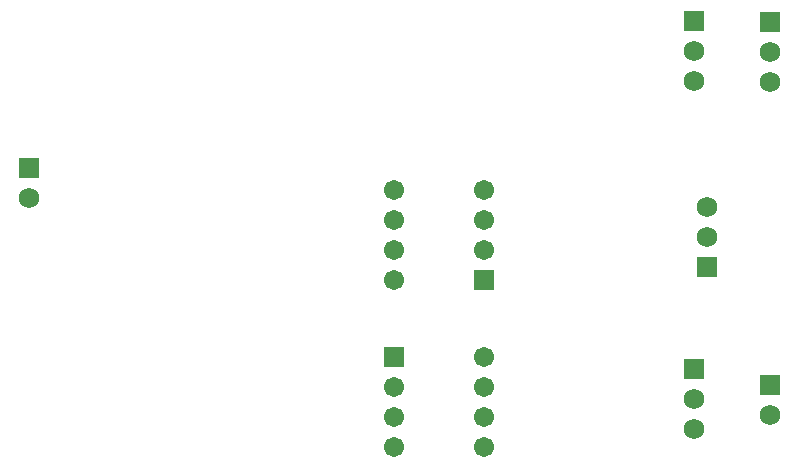
<source format=gbs>
G04*
G04 #@! TF.GenerationSoftware,Altium Limited,Altium Designer,20.2.6 (244)*
G04*
G04 Layer_Color=16711935*
%FSLAX24Y24*%
%MOIN*%
G70*
G04*
G04 #@! TF.SameCoordinates,601DEEF6-7E2B-4F85-A560-B3D03E394376*
G04*
G04*
G04 #@! TF.FilePolarity,Negative*
G04*
G01*
G75*
%ADD35C,0.0680*%
%ADD38R,0.0680X0.0680*%
%ADD39C,0.0671*%
%ADD40R,0.0671X0.0671*%
%ADD41R,0.0680X0.0680*%
D35*
X34700Y44300D02*
D03*
Y45300D02*
D03*
X12550Y40400D02*
D03*
X34700Y32700D02*
D03*
Y33700D02*
D03*
X37250Y44250D02*
D03*
Y45250D02*
D03*
X35150Y40100D02*
D03*
Y39100D02*
D03*
X37250Y33150D02*
D03*
D38*
X34700Y46300D02*
D03*
Y34700D02*
D03*
D39*
X27700Y32100D02*
D03*
Y33100D02*
D03*
Y34100D02*
D03*
Y35100D02*
D03*
X24700Y32100D02*
D03*
Y33100D02*
D03*
Y34100D02*
D03*
Y40650D02*
D03*
Y39650D02*
D03*
Y38650D02*
D03*
Y37650D02*
D03*
X27700Y40650D02*
D03*
Y39650D02*
D03*
Y38650D02*
D03*
D40*
X24700Y35100D02*
D03*
X27700Y37650D02*
D03*
D41*
X12550Y41400D02*
D03*
X37250Y46250D02*
D03*
X35150Y38100D02*
D03*
X37250Y34150D02*
D03*
M02*

</source>
